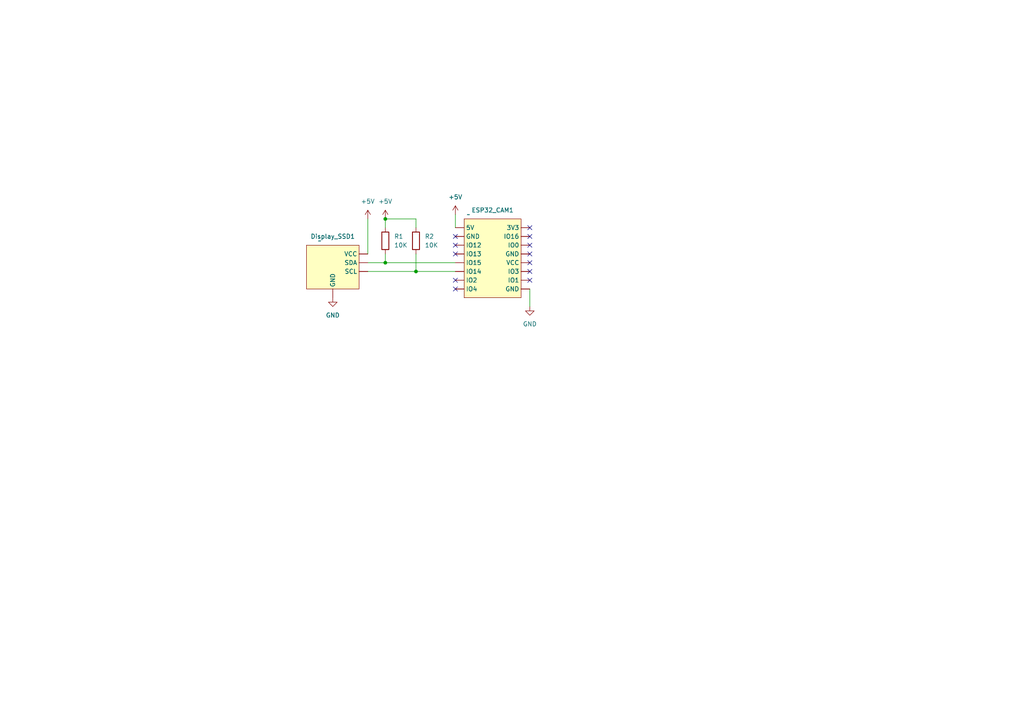
<source format=kicad_sch>
(kicad_sch (version 20230121) (generator eeschema)
  (paper "A4")
  (lib_symbols
    (symbol "Device:R" (pin_numbers hide) (pin_names (offset 0))
      (property "Reference" "R" (at 2.032 0 90))
      (property "Value" "R" (at 0 0 90))
      (symbol "R_0_1"
        (rectangle (start -1.016 -2.54) (end 1.016 2.54) (stroke (width 0.254)))
      )
      (symbol "R_1_1"
        (pin passive line (at 0 3.81 270) (length 1.27) (name "~") (number "1"))
        (pin passive line (at 0 -3.81 90) (length 1.27) (name "~") (number "2"))
      )
    )
    (symbol "esp32_cam:Display_SSD1306"
      (property "Reference" "Display_SSD1306" (at 3.81 1.27 0))
      (symbol "Display_SSD1306_1_1"
        (rectangle (start -3.81 -1.27) (end 11.43 -13.97) (fill (type background)))
        (pin input line (at 3.81 -16.51 90) (length 2.54) (name "GND") (number ""))
        (pin input line (at 13.97 -8.89 180) (length 2.54) (name "SCL") (number ""))
        (pin input line (at 13.97 -6.35 180) (length 2.54) (name "SDA") (number ""))
        (pin input line (at 13.97 -3.81 180) (length 2.54) (name "VCC") (number ""))
      )
    )
    (symbol "esp32_cam:ESP32_CAM"
      (property "Reference" "ESP32_CAM" (at 7.62 1.27 0))
      (symbol "ESP32_CAM_1_1"
        (rectangle (start -1.27 -1.27) (end 15.24 -24.13) (fill (type background)))
        (pin input line (at 17.78 -3.81 180) (length 2.54) (name "3V3") (number ""))
        (pin input line (at -3.81 -3.81 0) (length 2.54) (name "5V") (number ""))
        (pin input line (at -3.81 -6.35 0) (length 2.54) (name "GND") (number ""))
        (pin input line (at 17.78 -21.59 180) (length 2.54) (name "GND") (number ""))
        (pin input line (at 17.78 -11.43 180) (length 2.54) (name "GND") (number ""))
        (pin input line (at 17.78 -8.89 180) (length 2.54) (name "IO0") (number ""))
        (pin input line (at 17.78 -19.05 180) (length 2.54) (name "IO1") (number ""))
        (pin input line (at -3.81 -8.89 0) (length 2.54) (name "IO12") (number ""))
        (pin input line (at -3.81 -11.43 0) (length 2.54) (name "IO13") (number ""))
        (pin input line (at -3.81 -16.51 0) (length 2.54) (name "IO14") (number ""))
        (pin input line (at -3.81 -13.97 0) (length 2.54) (name "IO15") (number ""))
        (pin input line (at 17.78 -6.35 180) (length 2.54) (name "IO16") (number ""))
        (pin input line (at -3.81 -19.05 0) (length 2.54) (name "IO2") (number ""))
        (pin input line (at 17.78 -16.51 180) (length 2.54) (name "IO3") (number ""))
        (pin input line (at -3.81 -21.59 0) (length 2.54) (name "IO4") (number ""))
        (pin input line (at 17.78 -13.97 180) (length 2.54) (name "VCC") (number ""))
      )
    )
    (symbol "power:+5V" (power) (pin_names (offset 0))
      (property "Value" "+5V" (at 0 3.556 0))
      (symbol "+5V_0_1"
        (polyline (pts (xy -0.762 1.27) (xy 0 2.54)))
        (polyline (pts (xy 0 0) (xy 0 2.54)))
        (polyline (pts (xy 0 2.54) (xy 0.762 1.27)))
      )
      (symbol "+5V_1_1"
        (pin power_in line (at 0 0 90) (length 0) hide (name "+5V") (number "1"))
      )
    )
    (symbol "power:GND" (power) (pin_names (offset 0))
      (property "Value" "GND" (at 0 -3.81 0))
      (symbol "GND_0_1"
        (polyline (pts (xy 0 0) (xy 0 -1.27) (xy 1.27 -1.27) (xy 0 -2.54) (xy -1.27 -1.27) (xy 0 -1.27)))
      )
      (symbol "GND_1_1"
        (pin power_in line (at 0 0 270) (length 0) hide (name "GND") (number "1"))
      )
    )
  )
  (junction (at 120.65 78.74))
  (junction (at 111.76 76.2))
  (junction (at 111.76 63.5))
  (no_connect (at 153.67 78.74))
  (no_connect (at 132.08 68.58))
  (no_connect (at 153.67 76.2))
  (no_connect (at 153.67 66.04))
  (no_connect (at 153.67 71.12))
  (no_connect (at 132.08 71.12))
  (no_connect (at 153.67 68.58))
  (no_connect (at 132.08 73.66))
  (no_connect (at 153.67 73.66))
  (no_connect (at 132.08 83.82))
  (no_connect (at 153.67 81.28))
  (no_connect (at 132.08 81.28))
  (wire (pts (xy 120.65 78.74) (xy 132.08 78.74)))
  (wire (pts (xy 153.67 88.9) (xy 153.67 83.82)))
  (wire (pts (xy 132.08 62.23) (xy 132.08 66.04)))
  (wire (pts (xy 120.65 66.04) (xy 120.65 63.5)))
  (wire (pts (xy 111.76 73.66) (xy 111.76 76.2)))
  (wire (pts (xy 106.68 63.5) (xy 106.68 73.66)))
  (wire (pts (xy 111.76 63.5) (xy 111.76 66.04)))
  (wire (pts (xy 106.68 78.74) (xy 120.65 78.74)))
  (wire (pts (xy 111.76 76.2) (xy 132.08 76.2)))
  (wire (pts (xy 120.65 73.66) (xy 120.65 78.74)))
  (wire (pts (xy 111.76 63.5) (xy 120.65 63.5)))
  (wire (pts (xy 106.68 76.2) (xy 111.76 76.2)))
  (symbol (lib_id "esp32_cam:ESP32_CAM") (at 135.89 62.23 0) (unit 1)
    (property "Reference" "ESP32_CAM1" (at 142.875 60.96 0))
    (property "Value" "~" (at 135.89 62.23 0))
  )
  (symbol (lib_id "Device:R") (at 120.65 69.85 0) (unit 1)
    (property "Reference" "R2" (at 123.19 68.58 0) (effects (justify left)))
    (property "Value" "10K" (at 123.19 71.12 0) (effects (justify left)))
  )
  (symbol (lib_id "esp32_cam:Display_SSD1306") (at 92.71 69.85 0) (unit 1)
    (property "Reference" "Display_SSD1" (at 96.52 68.58 0))
    (property "Value" "~" (at 92.71 69.85 0))
  )
  (symbol (lib_id "power:+5V") (at 111.76 63.5 0) (unit 1)
    (property "Reference" "#PWR05" (effects hide))
    (property "Value" "+5V" (at 111.76 58.42 0))
  )
  (symbol (lib_id "power:+5V") (at 132.08 62.23 0) (unit 1)
    (property "Reference" "#PWR01" (effects hide))
    (property "Value" "+5V" (at 132.08 57.15 0))
  )
  (symbol (lib_id "power:GND") (at 153.67 88.9 0) (unit 1)
    (property "Reference" "#PWR04" (effects hide))
    (property "Value" "GND" (at 153.67 93.98 0))
  )
  (symbol (lib_id "power:+5V") (at 106.68 63.5 0) (unit 1)
    (property "Reference" "#PWR02" (effects hide))
    (property "Value" "+5V" (at 106.68 58.42 0))
  )
  (symbol (lib_id "power:GND") (at 96.52 86.36 0) (unit 1)
    (property "Reference" "#PWR03" (effects hide))
    (property "Value" "GND" (at 96.52 91.44 0))
  )
  (symbol (lib_id "Device:R") (at 111.76 69.85 0) (unit 1)
    (property "Reference" "R1" (at 114.3 68.58 0) (effects (justify left)))
    (property "Value" "10K" (at 114.3 71.12 0) (effects (justify left)))
  )
)
</source>
